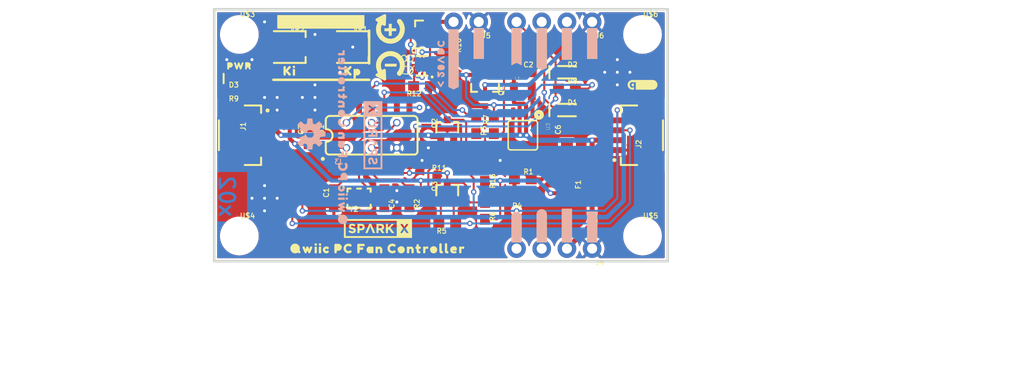
<source format=kicad_pcb>
(kicad_pcb (version 20211014) (generator pcbnew)
  (layers (0 "F.Cu" signal) (31 "B.Cu" signal) (34 "B.Paste" user) (35 "F.Paste" user) (36 "B.SilkS" user "B.Silkscreen") (37 "F.SilkS" user "F.Silkscreen") (38 "B.Mask" user) (39 "F.Mask" user) (44 "Edge.Cuts" user))
  (net 0 "")
  (net 1 "GND")
  (net 2 "3.3V")
  (net 3 "N$2")
  (net 4 "5V")
  (net 5 "N$3")
  (net 6 "SDA")
  (net 7 "SCL")
  (net 8 "HV_SDA")
  (net 9 "HV_SCL")
  (net 10 "N$1")
  (net 11 "N$4")
  (net 12 "FAN_TACH")
  (net 13 "~{RST}")
  (net 14 "CIPO")
  (net 15 "~{FAN_EN}")
  (net 16 "N$5")
  (net 17 "FAN_PWR")
  (net 18 "VCC_2")
  (net 19 "FAN_PWM")
  (net 20 "N$6")
  (net 21 "KP_TRIM")
  (net 22 "KI_TRIM")
  (net 23 "N$7")
  (net 24 "N$15")
  (net 25 "N$16")
  (footprint "eagleBoard:0603" (layer "F.Cu") (at 156.7561 109.4486)
    (fp_text reference "R1")
    (fp_text value "750K")
  )
  (footprint "eagleBoard:0603" (layer "F.Cu") (at 152.9461 112.6236 -90)
    (fp_text reference "R6")
    (fp_text value "2.2k")
  )
  (footprint "eagleBoard:KI0" (layer "F.Cu") (at 133.2611 98.5266)
    (fp_text reference "U$15" hide)
    (fp_text value "" hide)
  )
  (footprint "eagleBoard:0603" (layer "F.Cu") (at 156.7561 98.6536)
    (fp_text reference "C2")
    (fp_text value "10uF")
  )
  (footprint "eagleBoard:1X02_NO_SILK" (layer "F.Cu") (at 152.3111 93.5736 180)
    (fp_text reference "J5")
    (fp_text value "")
  )
  (footprint "eagleBoard:#SCL_#0" (layer "F.Cu") (at 156.1211 116.0526 -90)
    (fp_text reference "U$13" hide)
    (fp_text value "" hide)
  )
  (footprint "eagleBoard:#3#3V_#0" (layer "F.Cu") (at 161.2011 116.0526 -90)
    (fp_text reference "U$11" hide)
    (fp_text value "" hide)
  )
  (footprint "eagleBoard:0806" (layer "F.Cu") (at 156.7561 100.5586)
    (fp_text reference "L1")
    (fp_text value "2.2μH")
  )
  (footprint "eagleBoard:STAND-OFF" (layer "F.Cu") (at 128.1811 115.1636)
    (fp_text reference "U$4")
    (fp_text value "")
  )
  (footprint "eagleBoard:SO14" (layer "F.Cu") (at 141.5161 105.0036)
    (fp_text reference "U1")
    (fp_text value "ATtiny841")
  )
  (footprint "eagleBoard:SOT323" (layer "F.Cu") (at 149.1361 104.3686)
    (fp_text reference "Q2")
    (fp_text value "310mA/60V/1.6Ω")
  )
  (footprint "eagleBoard:0603" (layer "F.Cu") (at 152.0571 103.9876 -90)
    (fp_text reference "R3")
    (fp_text value "1k")
  )
  (footprint "eagleBoard:SOT23-3" (layer "F.Cu") (at 152.9461 99.9236 180)
    (fp_text reference "Q1")
    (fp_text value "20V/4.2A/52mΩ/1.4W")
  )
  (footprint "eagleBoard:0603" (layer "F.Cu") (at 142.7861 111.3536 -90)
    (fp_text reference "C4")
    (fp_text value "22pF")
  )
  (footprint "eagleBoard:1X04_NO_SILK" (layer "F.Cu") (at 163.7411 93.5736 180)
    (fp_text reference "J6")
    (fp_text value "")
  )
  (footprint "eagleBoard:0603@1" (layer "F.Cu") (at 161.2011 100.3046)
    (fp_text reference "R8")
    (fp_text value "10k")
  )
  (footprint "eagleBoard:QWIIC_3MM" (layer "F.Cu") (at 168.8211 99.9236)
    (fp_text reference "U$17" hide)
    (fp_text value "" hide)
  )
  (footprint "eagleBoard:KP0" (layer "F.Cu") (at 139.6111 98.5266)
    (fp_text reference "U$16" hide)
    (fp_text value "" hide)
  )
  (footprint "eagleBoard:0603" (layer "F.Cu") (at 156.7561 111.3536 180)
    (fp_text reference "R4")
    (fp_text value "100k")
  )
  (footprint "eagleBoard:#SDA_#0" (layer "F.Cu") (at 158.6611 116.0526 -90)
    (fp_text reference "U$12" hide)
    (fp_text value "" hide)
  )
  (footprint "eagleBoard:QWIIC_PC_FAN_CONTROLLER0" (layer "F.Cu") (at 142.1511 116.4336)
    (fp_text reference "U$30" hide)
    (fp_text value "" hide)
  )
  (footprint "eagleBoard:LED-0603" (layer "F.Cu") (at 128.1811 99.2886 180)
    (fp_text reference "D3")
    (fp_text value "RED")
  )
  (footprint "eagleBoard:SPARKX-SMALL" (layer "F.Cu") (at 142.1511 114.4016)
    (fp_text reference "U$18" hide)
    (fp_text value "" hide)
  )
  (footprint "eagleBoard:0603" (layer "F.Cu") (at 135.1661 105.0036 90)
    (fp_text reference "C3")
    (fp_text value "0.1uF")
  )
  (footprint "eagleBoard:#_PWM#0" (layer "F.Cu") (at 156.1211 93.9546 -90)
    (fp_text reference "U$8" hide)
    (fp_text value "" hide)
  )
  (footprint "eagleBoard:0603" (layer "F.Cu") (at 149.1361 107.5436 180)
    (fp_text reference "R11")
    (fp_text value "2.2k")
  )
  (footprint "eagleBoard:#_GND#0" (layer "F.Cu") (at 163.7411 93.9546 -90)
    (fp_text reference "U$1" hide)
    (fp_text value "" hide)
  )
  (footprint "eagleBoard:MSOP8" (layer "F.Cu") (at 156.7561 105.0036 180)
    (fp_text reference "U3")
    (fp_text value "PAM2401")
  )
  (footprint "eagleBoard:#_TACH#0" (layer "F.Cu") (at 158.6611 93.9546 -90)
    (fp_text reference "U$7" hide)
    (fp_text value "" hide)
  )
  (footprint "eagleBoard:SOD-323" (layer "F.Cu") (at 161.2011 102.4636)
    (fp_text reference "D1")
    (fp_text value "3.6V")
  )
  (footprint "eagleBoard:#_GND#0" (layer "F.Cu") (at 152.3111 93.9546 -90)
    (fp_text reference "U$9" hide)
    (fp_text value "" hide)
  )
  (footprint "eagleBoard:0603@1" (layer "F.Cu") (at 146.5961 100.0506 180)
    (fp_text reference "R12")
    (fp_text value "10k")
  )
  (footprint "eagleBoard:1X04_NO_SILK" (layer "F.Cu") (at 163.7411 116.4336 180)
    (fp_text reference "J4")
    (fp_text value "")
  )
  (footprint "eagleBoard:0603" (layer "F.Cu") (at 152.9461 108.8136 -90)
    (fp_text reference "R13")
    (fp_text value "2.2k")
  )
  (footprint "eagleBoard:0603" (layer "F.Cu") (at 128.1811 100.5586 180)
    (fp_text reference "R9")
    (fp_text value "1k")
  )
  (footprint "eagleBoard:0603@1" (layer "F.Cu") (at 151.0411 96.7486 90)
    (fp_text reference "R10")
    (fp_text value "47k")
  )
  (footprint "eagleBoard:CRYSTAL-SMD-2.0X1.6MM" (layer "F.Cu") (at 140.2461 111.3536 180)
    (fp_text reference "Y2")
    (fp_text value "16MHz")
  )
  (footprint "eagleBoard:SOT23-3" (layer "F.Cu") (at 146.5961 94.8436 90)
    (fp_text reference "Q7")
    (fp_text value "20V/4.2A/52mΩ/1.4W")
  )
  (footprint "eagleBoard:SOD-323" (layer "F.Cu") (at 161.2011 98.6536)
    (fp_text reference "D2")
    (fp_text value "3.6V")
  )
  (footprint "eagleBoard:STAND-OFF" (layer "F.Cu") (at 128.1811 94.8436)
    (fp_text reference "U$3")
    (fp_text value "")
  )
  (footprint "eagleBoard:STAND-OFF" (layer "F.Cu") (at 168.8211 115.1636)
    (fp_text reference "U$5")
    (fp_text value "")
  )
  (footprint "eagleBoard:TURN_INDICATOR#SVG0" (layer "F.Cu") (at 141.7701 92.6846)
    (fp_text reference "U$38" hide)
    (fp_text value "" hide)
  )
  (footprint "eagleBoard:JST04_1MM_RA" (layer "F.Cu") (at 130.7211 105.0036 -90)
    (fp_text reference "J1")
    (fp_text value "QWIIC_RIGHT_ANGLE")
  )
  (footprint "eagleBoard:0603@1" (layer "F.Cu") (at 145.3261 111.3536 -90)
    (fp_text reference "R2")
    (fp_text value "10k")
  )
  (footprint "eagleBoard:SOT363_PHILIPS" (layer "F.Cu") (at 146.5961 98.0186 90)
    (fp_text reference "Q8")
    (fp_text value "")
  )
  (footprint "eagleBoard:#PID_TUNING0" (layer "F.Cu") (at 136.5631 93.5736)
    (fp_text reference "U$14" hide)
    (fp_text value "" hide)
  )
  (footprint "eagleBoard:0603" (layer "F.Cu") (at 149.1361 113.8936 180)
    (fp_text reference "R5")
    (fp_text value "2.2k")
  )
  (footprint "eagleBoard:#_VCC#0" (layer "F.Cu") (at 161.2011 93.9546 -90)
    (fp_text reference "U$2" hide)
    (fp_text value "" hide)
  )
  (footprint "eagleBoard:TRIMPOT-SMD-3MM-CLOSED" (layer "F.Cu") (at 133.2611 96.1136 -90)
    (fp_text reference "VR2")
    (fp_text value "10k")
  )
  (footprint "eagleBoard:0805" (layer "F.Cu") (at 161.2011 105.0036 90)
    (fp_text reference "C6")
    (fp_text value "22uF")
  )
  (footprint "eagleBoard:#GND_#0" (layer "F.Cu") (at 163.7411 116.0526 -90)
    (fp_text reference "U$10" hide)
    (fp_text value "" hide)
  )
  (footprint "eagleBoard:TRIMPOT-SMD-3MM-CLOSED" (layer "F.Cu") (at 139.6111 96.1136 -90)
    (fp_text reference "VR1")
    (fp_text value "10k")
  )
  (footprint "eagleBoard:JST04_1MM_RA" (layer "F.Cu") (at 166.2811 105.0036 90)
    (fp_text reference "J2")
    (fp_text value "QWIIC_RIGHT_ANGLE")
  )
  (footprint "eagleBoard:0603@1" (layer "F.Cu") (at 153.8351 103.9876 90)
    (fp_text reference "R7")
    (fp_text value "10k")
  )
  (footprint "eagleBoard:0603" (layer "F.Cu") (at 137.7061 111.3536 90)
    (fp_text reference "C1")
    (fp_text value "22pF")
  )
  (footprint "eagleBoard:1206" (layer "F.Cu") (at 161.2011 109.4486 -90)
    (fp_text reference "F1")
    (fp_text value "6V/0.75A")
  )
  (footprint "eagleBoard:PWR0" (layer "F.Cu") (at 128.1811 98.0186)
    (fp_text reference "U$22" hide)
    (fp_text value "" hide)
  )
  (footprint "eagleBoard:#_FAN_VCC#0" (layer "F.Cu") (at 149.7711 94.0816 -90)
    (fp_text reference "U$19" hide)
    (fp_text value "" hide)
  )
  (footprint "eagleBoard:STAND-OFF" (layer "F.Cu") (at 168.8211 94.8436)
    (fp_text reference "U$6")
    (fp_text value "")
  )
  (footprint "eagleBoard:SOT323" (layer "F.Cu") (at 149.1361 110.7186)
    (fp_text reference "Q3")
    (fp_text value "310mA/60V/1.6Ω")
  )
  (footprint "eagleBoard:CREATIVE_COMMONS" (layer "F.Cu") (at 124.3711 129.1336)
    (fp_text reference "FRAME1" hide)
    (fp_text value "FRAME-LETTER" hide)
  )
  (footprint "eagleBoard:#VCC_#0" (layer "B.Cu") (at 161.2011 93.9546 90)
    (fp_text reference "U$23" hide)
    (fp_text value "" hide)
  )
  (footprint "eagleBoard:#FAN_VCC_#0" (layer "B.Cu") (at 149.7711 94.0816 90)
    (fp_text reference "U$31" hide)
    (fp_text value "" hide)
  )
  (footprint "eagleBoard:#TACH_#0" (layer "B.Cu") (at 158.6611 93.9546 90)
    (fp_text reference "U$24" hide)
    (fp_text value "" hide)
  )
  (footprint "eagleBoard:#_3#3V#0" (layer "B.Cu") (at 161.2011 116.0526 90)
    (fp_text reference "U$27" hide)
    (fp_text value "" hide)
  )
  (footprint "eagleBoard:#_SDA#0" (layer "B.Cu") (at 158.6611 116.0526 90)
    (fp_text reference "U$28" hide)
    (fp_text value "" hide)
  )
  (footprint "eagleBoard:OSHW-LOGO-S" (layer "B.Cu") (at 135.2931 104.8766 90)
    (fp_text reference "U$37" hide)
    (fp_text value "" hide)
  )
  (footprint "eagleBoard:#GND_#0" (layer "B.Cu") (at 152.3111 93.9546 90)
    (fp_text reference "U$26" hide)
    (fp_text value "" hide)
  )
  (footprint "eagleBoard:#_GND#0" (layer "B.Cu") (at 163.7411 116.0526 90)
    (fp_text reference "U$21" hide)
    (fp_text value "" hide)
  )
  (footprint "eagleBoard:#GND_#0" (layer "B.Cu") (at 163.7411 93.9546 90)
    (fp_text reference "U$20" hide)
    (fp_text value "" hide)
  )
  (footprint "eagleBoard:#PWM_#0" (layer "B.Cu") (at 156.1211 93.9546 90)
    (fp_text reference "U$25" hide)
    (fp_text value "" hide)
  )
  (footprint "eagleBoard:#_SCL#0" (layer "B.Cu") (at 156.1211 116.0526 90)
    (fp_text reference "U$29" hide)
    (fp_text value "" hide)
  )
  (footprint "eagleBoard:2X3_TEST_POINTS" (layer "B.Cu") (at 141.5161 105.0036)
    (fp_text reference "J3")
    (fp_text value "AVR_SPI_PROG_3X2TESTPOINTS")
  )
  (footprint "eagleBoard:SPARKX-SMALL" (layer "B.Cu") (at 141.6431 105.0036 90)
    (fp_text reference "U$36" hide)
    (fp_text value "" hide)
  )
  (footprint "eagleBoard:_#_20VDC0" (layer "B.Cu") (at 148.5011 94.8436 90)
    (fp_text reference "U$32" hide)
    (fp_text value "" hide)
  )
  (footprint "eagleBoard:QWIIC_PC_FAN_CONTROLLER0" (layer "B.Cu") (at 138.5951 105.1306 90)
    (fp_text reference "U$35" hide)
    (fp_text value "" hide)
  )
  (gr_line (start 131.6101 99.4156) (end 141.2621 99.4156) (layer "F.SilkS") (width 0.254))
  (gr_line (start 141.2621 94.4626) (end 141.2621 97.7646) (layer "F.SilkS") (width 0.254))
  (gr_line (start 171.3611 92.3036) (end 125.6411 92.3036) (layer "Edge.Cuts") (width 0.254))
  (gr_line (start 171.3611 92.3036) (end 171.3611 117.7036) (layer "Edge.Cuts") (width 0.254))
  (gr_line (start 125.6411 117.7036) (end 125.6411 92.3036) (layer "Edge.Cuts") (width 0.254))
  (gr_line (start 125.6411 117.7036) (end 171.3611 117.7036) (layer "Edge.Cuts") (width 0.254))
  (gr_text "x02" (at 126.0221 113.3856 -90) (layer "B.Cu") (effects (font (size 1.5113 1.5113) (thickness 0.2667)) (justify left bottom mirror)))
  (via (at 126.9111 97.3836) (size 0.554) (drill 0.3) (layers "F.Cu" "B.Cu") (net 1))
  (via (at 131.9911 111.3536) (size 0.554) (drill 0.3) (layers "F.Cu" "B.Cu") (net 1))
  (via (at 129.4511 97.3836) (size 0.554) (drill 0.3) (layers "F.Cu" "B.Cu") (net 1))
  (via (at 131.9911 102.4636) (size 0.554) (drill 0.3) (layers "F.Cu" "B.Cu") (net 1))
  (via (at 166.2811 97.3836) (size 0.554) (drill 0.3) (layers "F.Cu" "B.Cu") (net 1))
  (via (at 138.3411 98.6536) (size 0.554) (drill 0.3) (layers "F.Cu" "B.Cu") (net 1))
  (via (at 165.0111 98.6536) (size 0.554) (drill 0.3) (layers "F.Cu" "B.Cu") (net 1))
  (via (at 130.7211 111.3536) (size 0.554) (drill 0.3) (layers "F.Cu" "B.Cu") (net 1))
  (via (at 135.8011 101.1936) (size 0.554) (drill 0.3) (layers "F.Cu" "B.Cu") (net 1))
  (via (at 129.4511 111.3536) (size 0.554) (drill 0.3) (layers "F.Cu" "B.Cu") (net 1))
  (via (at 166.2811 99.9236) (size 0.554) (drill 0.3) (layers "F.Cu" "B.Cu") (net 1))
  (via (at 139.6111 96.1136) (size 0.554) (drill 0.3) (layers "F.Cu" "B.Cu") (net 1))
  (via (at 144.0561 110.5916) (size 0.554) (drill 0.3) (layers "F.Cu" "B.Cu") (net 1))
  (via (at 130.7211 110.0836) (size 0.554) (drill 0.3) (layers "F.Cu" "B.Cu") (net 1))
  (via (at 131.9911 101.1936) (size 0.554) (drill 0.3) (layers "F.Cu" "B.Cu") (net 1))
  (via (at 134.5311 101.1936) (size 0.554) (drill 0.3) (layers "F.Cu" "B.Cu") (net 1))
  (via (at 144.0561 111.7346) (size 0.554) (drill 0.3) (layers "F.Cu" "B.Cu") (net 1))
  (via (at 130.7211 112.6236) (size 0.554) (drill 0.3) (layers "F.Cu" "B.Cu") (net 1))
  (via (at 147.2311 102.2096) (size 0.554) (drill 0.3) (layers "F.Cu" "B.Cu") (net 1))
  (via (at 146.5961 107.5436) (size 0.554) (drill 0.3) (layers "F.Cu" "B.Cu") (net 1))
  (via (at 167.5511 98.6536) (size 0.554) (drill 0.3) (layers "F.Cu" "B.Cu") (net 1))
  (via (at 135.8011 102.4636) (size 0.554) (drill 0.3) (layers "F.Cu" "B.Cu") (net 1))
  (via (at 135.8011 94.8436) (size 0.554) (drill 0.3) (layers "F.Cu" "B.Cu") (net 1))
  (via (at 154.4701 107.5436) (size 0.554) (drill 0.3) (layers "F.Cu" "B.Cu") (net 1))
  (via (at 166.2811 98.6536) (size 0.554) (drill 0.3) (layers "F.Cu" "B.Cu") (net 1))
  (via (at 130.7211 93.5736) (size 0.554) (drill 0.3) (layers "F.Cu" "B.Cu") (net 1))
  (via (at 135.8011 99.9236) (size 0.554) (drill 0.3) (layers "F.Cu" "B.Cu") (net 1))
  (via (at 130.7211 101.1936) (size 0.554) (drill 0.3) (layers "F.Cu" "B.Cu") (net 1))
  (via (at 147.2311 106.2736) (size 0.554) (drill 0.3) (layers "F.Cu" "B.Cu") (net 1))
  (segment (start 156.4311 102.7536) (end 156.4311 104.9326) (width 0.4064) (layer "F.Cu") (net 2))
  (segment (start 148.2861 107.5436) (end 147.2311 108.5986) (width 0.2032) (layer "F.Cu") (net 2))
  (segment (start 148.4861 105.2936) (end 147.5211 105.2936) (width 0.2032) (layer "F.Cu") (net 2))
  (segment (start 148.4861 111.6436) (end 148.4861 113.6936) (width 0.2032) (layer "F.Cu") (net 2))
  (segment (start 148.4861 105.2936) (end 148.4861 107.3436) (width 0.2032) (layer "F.Cu") (net 2))
  (segment (start 156.3751 101.8286) (end 156.8831 101.8286) (width 0.4064) (layer "F.Cu") (net 2))
  (segment (start 147.2311 108.5986) (end 147.2311 110.4646) (width 0.2032) (layer "F.Cu") (net 2))
  (segment (start 156.4311 102.7536) (end 156.4311 101.8846) (width 0.4064) (layer "F.Cu") (net 2))
  (segment (start 155.9941 101.8286) (end 156.3751 101.8286) (width 0.4064) (layer "F.Cu") (net 2))
  (segment (start 132.3721 105.0036) (end 131.8721 104.5036) (width 0.508) (layer "F.Cu") (net 2))
  (segment (start 148.4861 113.6936) (end 148.2861 113.8936) (width 0.2032) (layer "F.Cu") (net 2))
  (segment (start 130.7211 104.5036) (end 131.8721 104.5036) (width 0.508) (layer "F.Cu") (net 2))
  (segment (start 148.4101 111.6436) (end 148.4861 111.6436) (width 0.2032) (layer "F.Cu") (net 2))
  (segment (start 156.4311 101.8846) (end 156.3751 101.8286) (width 0.2032) (layer "F.Cu") (net 2))
  (segment (start 163.7411 105.5116) (end 163.7491 105.5036) (width 0.508) (layer "F.Cu") (net 2))
  (segment (start 147.5211 105.2936) (end 147.2311 105.0036) (width 0.2032) (layer "F.Cu") (net 2))
  (segment (start 148.4861 107.3436) (end 148.2861 107.5436) (width 0.2032) (layer "F.Cu") (net 2))
  (segment (start 147.2311 110.4646) (end 148.4101 111.6436) (width 0.2032) (layer "F.Cu") (net 2))
  (segment (start 156.8831 101.8286) (end 157.0811 102.0266) (width 0.4064) (layer "F.Cu") (net 2))
  (segment (start 163.7411 105.5116) (end 163.7411 113.8936) (width 0.508) (layer "F.Cu") (net 2))
  (segment (start 163.7411 113.8936) (end 161.2011 116.4336) (width 0.508) (layer "F.Cu") (net 2))
  (segment (start 155.8561 100.5586) (end 155.8561 98.7036) (width 0.4064) (layer "F.Cu") (net 2))
  (segment (start 155.8561 98.7036) (end 155.9061 98.6536) (width 0.2032) (layer "F.Cu") (net 2))
  (segment (start 157.0811 102.0266) (end 157.0811 102.7536) (width 0.4064) (layer "F.Cu") (net 2))
  (segment (start 155.8561 101.6906) (end 155.9941 101.8286) (width 0.4064) (layer "F.Cu") (net 2))
  (segment (start 163.7491 105.5036) (end 166.2811 105.5036) (width 0.508) (layer "F.Cu") (net 2))
  (segment (start 155.8561 100.5586) (end 155.8561 101.6906) (width 0.4064) (layer "F.Cu") (net 2))
  (segment (start 157.0811 102.7536) (end 157.0811 104.9476) (width 0.4064) (layer "F.Cu") (net 2))
  (segment (start 157.0811 104.9476) (end 157.1371 105.0036) (width 0.4064) (layer "F.Cu") (net 2))
  (segment (start 156.4311 104.9326) (end 156.5021 105.0036) (width 0.4064) (layer "F.Cu") (net 2))
  (via (at 163.7411 105.5116) (size 0.554) (drill 0.3) (layers "F.Cu" "B.Cu") (net 2))
  (via (at 147.2311 105.0036) (size 0.554) (drill 0.3) (layers "F.Cu" "B.Cu") (net 2))
  (via (at 157.1371 105.0036) (size 0.554) (drill 0.3) (layers "F.Cu" "B.Cu") (net 2))
  (via (at 132.3721 105.0036) (size 0.554) (drill 0.3) (layers "F.Cu" "B.Cu") (net 2))
  (via (at 156.5021 105.0036) (size 0.554) (drill 0.3) (layers "F.Cu" "B.Cu") (net 2))
  (segment (start 156.5021 105.0036) (end 157.1371 105.0036) (width 0.508) (layer "B.Cu") (net 2))
  (segment (start 157.1371 105.0036) (end 157.6451 105.5116) (width 0.508) (layer "B.Cu") (net 2))
  (segment (start 147.2311 105.0036) (end 156.5021 105.0036) (width 0.508) (layer "B.Cu") (net 2))
  (segment (start 163.7411 105.5116) (end 157.6451 105.5116) (width 0.508) (layer "B.Cu") (net 2))
  (segment (start 132.3721 105.0036) (end 147.2311 105.0036) (width 0.508) (layer "B.Cu") (net 2))
  (segment (start 155.9061 109.4486) (end 155.9061 111.3536) (width 0.4064) (layer "F.Cu") (net 3))
  (segment (start 155.7811 109.3236) (end 155.9061 109.4486) (width 0.2032) (layer "F.Cu") (net 3))
  (segment (start 155.7811 107.2536) (end 155.7811 109.3236) (width 0.4064) (layer "F.Cu") (net 3))
  (segment (start 137.7061 106.2736) (end 138.9761 106.2736) (width 0.2032) (layer "F.Cu") (net 4))
  (segment (start 145.4531 95.8596) (end 145.4531 94.8866) (width 0.2032) (layer "F.Cu") (net 4))
  (segment (start 153.0731 109.5366) (end 152.9461 109.6636) (width 0.2032) (layer "F.Cu") (net 4))
  (segment (start 154.4311 109.5366) (end 153.0731 109.5366) (width 0.2032) (layer "F.Cu") (net 4))
  (segment (start 133.2611 96.9136) (end 133.2611 99.2886) (width 0.4064) (layer "F.Cu") (net 4))
  (segment (start 145.3261 112.2036) (end 146.1271 112.2036) (width 0.2032) (layer "F.Cu") (net 4))
  (segment (start 132.1181 93.5736) (end 138.3411 93.5736) (width 0.4064) (layer "F.Cu") (net 4))
  (segment (start 131.6111 95.2636) (end 133.2611 96.9136) (width 0.4064) (layer "F.Cu") (net 4))
  (segment (start 133.2611 105.3456) (end 133.2611 99.2886) (width 0.4064) (layer "F.Cu") (net 4))
  (segment (start 144.6911 93.5736) (end 145.4961 94.3786) (width 0.4064) (layer "F.Cu") (net 4))
  (segment (start 152.9461 113.4736) (end 154.1281 113.4736) (width 0.2032) (layer "F.Cu") (net 4))
  (segment (start 129.0581 99.2886) (end 133.2611 99.2886) (width 0.4064) (layer "F.Cu") (net 4))
  (segment (start 154.4701 113.1316) (end 154.4701 109.5756) (width 0.2032) (layer "F.Cu") (net 4))
  (segment (start 133.7691 105.8536) (end 133.2611 105.3456) (width 0.4064) (layer "F.Cu") (net 4))
  (segment (start 146.5961 98.7806) (end 146.5961 99.1616) (width 0.2032) (layer "F.Cu") (net 4))
  (segment (start 154.4701 109.5756) (end 154.4311 109.5366) (width 0.2032) (layer "F.Cu") (net 4))
  (segment (start 137.9611 93.9536) (end 138.3411 93.5736) (width 0.4064) (layer "F.Cu") (net 4))
  (segment (start 137.2861 105.8536) (end 137.7061 106.2736) (width 0.2032) (layer "F.Cu") (net 4))
  (segment (start 135.1661 105.8536) (end 137.2861 105.8536) (width 0.2032) (layer "F.Cu") (net 4))
  (segment (start 154.1281 113.4736) (end 154.4701 113.1316) (width 0.2032) (layer "F.Cu") (net 4))
  (segment (start 137.9611 95.2636) (end 137.9611 93.9536) (width 0.4064) (layer "F.Cu") (net 4))
  (segment (start 146.4691 111.8616) (end 146.4691 109.5756) (width 0.2032) (layer "F.Cu") (net 4))
  (segment (start 138.3411 93.5736) (end 144.6911 93.5736) (width 0.4064) (layer "F.Cu") (net 4))
  (segment (start 135.1661 105.8536) (end 133.7691 105.8536) (width 0.4064) (layer "F.Cu") (net 4))
  (segment (start 161.2011 110.8486) (end 159.5531 110.8486) (width 0.4064) (layer "F.Cu") (net 4))
  (segment (start 147.3961 98.6686) (end 146.7081 98.6686) (width 0.2032) (layer "F.Cu") (net 4))
  (segment (start 159.5531 110.8486) (end 159.5501 110.8456) (width 0.4064) (layer "F.Cu") (net 4))
  (segment (start 145.4531 94.8866) (end 145.4961 94.8436) (width 0.2032) (layer "F.Cu") (net 4))
  (segment (start 131.6111 95.2636) (end 131.6111 94.0806) (width 0.4064) (layer "F.Cu") (net 4))
  (segment (start 145.4961 94.3786) (end 145.4961 94.8436) (width 0.4064) (layer "F.Cu") (net 4))
  (segment (start 146.7081 98.6686) (end 146.5961 98.7806) (width 0.2032) (layer "F.Cu") (net 4))
  (segment (start 137.7061 107.8036) (end 137.7061 106.2736) (width 0.2032) (layer "F.Cu") (net 4))
  (segment (start 131.6111 94.0806) (end 132.1181 93.5736) (width 0.4064) (layer "F.Cu") (net 4))
  (segment (start 146.1271 112.2036) (end 146.4691 111.8616) (width 0.2032) (layer "F.Cu") (net 4))
  (via (at 133.7691 105.8536) (size 0.554) (drill 0.3) (layers "F.Cu" "B.Cu") (net 4))
  (via (at 159.5501 110.8456) (size 0.554) (drill 0.3) (layers "F.Cu" "B.Cu") (net 4))
  (via (at 146.4691 109.5756) (size 0.554) (drill 0.3) (layers "F.Cu" "B.Cu") (net 4))
  (via (at 154.4701 109.5756) (size 0.554) (drill 0.3) (layers "F.Cu" "B.Cu") (net 4))
  (via (at 146.5961 99.1616) (size 0.5588) (drill 0.3048) (layers "F.Cu" "B.Cu") (net 4))
  (via (at 145.4531 95.8596) (size 0.5588) (drill 0.3048) (layers "F.Cu" "B.Cu") (net 4))
  (segment (start 137.4521 109.5756) (end 133.7691 105.8926) (width 0.4064) (layer "B.Cu") (net 4))
  (segment (start 158.2801 109.5756) (end 154.4701 109.5756) (width 0.4064) (layer "B.Cu") (net 4))
  (segment (start 159.5501 110.8456) (end 158.2801 109.5756) (width 0.4064) (layer "B.Cu") (net 4))
  (segment (start 146.5961 99.1616) (end 146.0881 99.1616) (width 0.2032) (layer "B.Cu") (net 4))
  (segment (start 133.7691 105.8926) (end 133.7691 105.8536) (width 0.4064) (layer "B.Cu") (net 4))
  (segment (start 154.4701 109.5756) (end 146.4691 109.5756) (width 0.4064) (layer "B.Cu") (net 4))
  (segment (start 146.0881 99.1616) (end 145.4531 98.5266) (width 0.2032) (layer "B.Cu") (net 4))
  (segment (start 145.4531 98.5266) (end 145.4531 95.8596) (width 0.2032) (layer "B.Cu") (net 4))
  (segment (start 146.4691 109.5756) (end 137.4521 109.5756) (width 0.4064) (layer "B.Cu") (net 4))
  (segment (start 157.7311 102.7536) (end 157.7311 100.6336) (width 0.4064) (layer "F.Cu") (net 5))
  (segment (start 157.7311 100.6336) (end 157.6561 100.5586) (width 0.4064) (layer "F.Cu") (net 5))
  (segment (start 130.7211 105.5036) (end 129.7131 105.5036) (width 0.2032) (layer "F.Cu") (net 6))
  (segment (start 149.7861 111.6436) (end 149.7861 113.6936) (width 0.2032) (layer "F.Cu") (net 6))
  (segment (start 128.9431 107.2896) (end 129.7051 108.0516) (width 0.2032) (layer "F.Cu") (net 6))
  (segment (start 167.5511 104.4956) (end 167.5431 104.5036) (width 0.2032) (layer "F.Cu") (net 6))
  (segment (start 167.5431 104.5036) (end 166.2811 104.5036) (width 0.2032) (layer "F.Cu") (net 6))
  (segment (start 128.9431 106.2736) (end 128.9431 107.2896) (width 0.2032) (layer "F.Cu") (net 6))
  (segment (start 149.7861 113.6936) (end 149.9861 113.8936) (width 0.2032) (layer "F.Cu") (net 6))
  (segment (start 129.7131 105.5036) (end 128.9431 106.2736) (width 0.2032) (layer "F.Cu") (net 6))
  (segment (start 149.9861 113.8936) (end 151.4221 113.8936) (width 0.2032) (layer "F.Cu") (net 6))
  (segment (start 133.5151 109.1946) (end 133.5151 113.8936) (width 0.2032) (layer "F.Cu") (net 6))
  (segment (start 129.7051 108.0516) (end 132.3721 108.0516) (width 0.2032) (layer "F.Cu") (net 6))
  (segment (start 132.3721 108.0516) (end 133.5151 109.1946) (width 0.2032) (layer "F.Cu") (net 6))
  (via (at 167.5511 104.4956) (size 0.554) (drill 0.3) (layers "F.Cu" "B.Cu") (net 6))
  (via (at 133.5151 113.8936) (size 0.554) (drill 0.3) (layers "F.Cu" "B.Cu") (net 6))
  (via (at 151.4221 113.8936) (size 0.554) (drill 0.3) (layers "F.Cu" "B.Cu") (net 6))
  (segment (start 167.5511 111.8616) (end 167.5511 104.4956) (width 0.2032) (layer "B.Cu") (net 6))
  (segment (start 158.6611 116.4336) (end 158.6611 113.8936) (width 0.2032) (layer "B.Cu") (net 6))
  (segment (start 158.6611 113.8936) (end 165.5191 113.8936) (width 0.2032) (layer "B.Cu") (net 6))
  (segment (start 165.5191 113.8936) (end 167.5511 111.8616) (width 0.2032) (layer "B.Cu") (net 6))
  (segment (start 133.5151 113.8936) (end 151.4221 113.8936) (width 0.2032) (layer "B.Cu") (net 6))
  (segment (start 151.4221 113.8936) (end 158.6611 113.8936) (width 0.2032) (layer "B.Cu") (net 6))
  (segment (start 149.7861 105.2936) (end 149.7861 107.3436) (width 0.2032) (layer "F.Cu") (net 7))
  (segment (start 151.8031 109.3606) (end 151.8031 110.7186) (width 0.2032) (layer "F.Cu") (net 7))
  (segment (start 166.2811 102.4636) (end 166.2811 103.5036) (width 0.2032) (layer "F.Cu") (net 7))
  (segment (start 149.7861 107.3436) (end 149.9861 107.5436) (width 0.2032) (layer "F.Cu") (net 7))
  (segment (start 156.1211 116.4336) (end 156.1211 112.6236) (width 0.2032) (layer "F.Cu") (net 7))
  (segment (start 130.7211 106.5036) (end 132.2211 106.5036) (width 0.2032) (layer "F.Cu") (net 7))
  (segment (start 134.5311 108.8136) (end 134.5311 112.6236) (width 0.2032) (layer "F.Cu") (net 7))
  (segment (start 132.2211 106.5036) (end 134.5311 108.8136) (width 0.2032) (layer "F.Cu") (net 7))
  (segment (start 149.9861 107.5436) (end 151.8031 109.3606) (width 0.2032) (layer "F.Cu") (net 7))
  (via (at 151.8031 110.7186) (size 0.554) (drill 0.3) (layers "F.Cu" "B.Cu") (net 7))
  (via (at 134.5311 112.6236) (size 0.554) (drill 0.3) (layers "F.Cu" "B.Cu") (net 7))
  (via (at 156.1211 112.6236) (size 0.554) (drill 0.3) (layers "F.Cu" "B.Cu") (net 7))
  (via (at 166.2811 102.4636) (size 0.554) (drill 0.3) (layers "F.Cu" "B.Cu") (net 7))
  (segment (start 166.2811 111.3536) (end 166.2811 102.4636) (width 0.2032) (layer "B.Cu") (net 7))
  (segment (start 134.5311 112.6236) (end 151.8031 112.6236) (width 0.2032) (layer "B.Cu") (net 7))
  (segment (start 165.0111 112.6236) (end 166.2811 111.3536) (width 0.2032) (layer "B.Cu") (net 7))
  (segment (start 151.8031 112.6236) (end 156.1211 112.6236) (width 0.2032) (layer "B.Cu") (net 7))
  (segment (start 151.8031 110.7186) (end 151.8031 112.6236) (width 0.2032) (layer "B.Cu") (net 7))
  (segment (start 156.1211 112.6236) (end 165.0111 112.6236) (width 0.2032) (layer "B.Cu") (net 7))
  (segment (start 149.1361 108.8136) (end 149.1361 109.7936) (width 0.2032) (layer "F.Cu") (net 8))
  (segment (start 151.0411 110.0836) (end 150.7511 109.7936) (width 0.2032) (layer "F.Cu") (net 8))
  (segment (start 151.0411 111.3536) (end 151.0411 110.0836) (width 0.2032) (layer "F.Cu") (net 8))
  (segment (start 150.7511 109.7936) (end 149.1361 109.7936) (width 0.2032) (layer "F.Cu") (net 8))
  (segment (start 151.4611 111.7736) (end 151.0411 111.3536) (width 0.2032) (layer "F.Cu") (net 8))
  (segment (start 141.5161 106.2736) (end 142.7861 106.2736) (width 0.2032) (layer "F.Cu") (net 8))
  (segment (start 142.7861 106.2736) (end 143.4211 106.9086) (width 0.2032) (layer "F.Cu") (net 8))
  (segment (start 143.6751 108.8136) (end 145.3261 108.8136) (width 0.2032) (layer "F.Cu") (net 8))
  (segment (start 145.3261 108.8136) (end 145.3261 107.8036) (width 0.2032) (layer "F.Cu") (net 8))
  (segment (start 143.4211 108.5596) (end 143.6751 108.8136) (width 0.2032) (layer "F.Cu") (net 8))
  (segment (start 143.4211 106.9086) (end 143.4211 108.5596) (width 0.2032) (layer "F.Cu") (net 8))
  (segment (start 152.9461 111.7736) (end 151.4611 111.7736) (width 0.2032) (layer "F.Cu") (net 8))
  (via (at 145.3261 108.8136) (size 0.554) (drill 0.3) (layers "F.Cu" "B.Cu") (net 8))
  (via (at 149.1361 108.8136) (size 0.554) (drill 0.3) (layers "F.Cu" "B.Cu") (net 8))
  (segment (start 145.3261 108.8136) (end 149.1361 108.8136) (width 0.2032) (layer "B.Cu") (net 8))
  (segment (start 144.0561 102.2036) (end 144.0561 102.4636) (width 0.2032) (layer "F.Cu") (net 9))
  (segment (start 151.4611 107.9636) (end 152.9461 107.9636) (width 0.2032) (layer "F.Cu") (net 9))
  (segment (start 150.7511 103.4436) (end 151.0411 103.7336) (width 0.2032) (layer "F.Cu") (net 9))
  (segment (start 151.0411 107.5436) (end 151.4611 107.9636) (width 0.2032) (layer "F.Cu") (net 9))
  (segment (start 149.1361 103.4436) (end 150.7511 103.4436) (width 0.2032) (layer "F.Cu") (net 9))
  (segment (start 145.0361 103.4436) (end 144.0561 102.4636) (width 0.2032) (layer "F.Cu") (net 9))
  (segment (start 149.1361 103.4436) (end 145.0361 103.4436) (width 0.2032) (layer "F.Cu") (net 9))
  (segment (start 142.7861 103.7336) (end 141.5161 103.7336) (width 0.2032) (layer "F.Cu") (net 9))
  (segment (start 151.0411 103.7336) (end 151.0411 107.5436) (width 0.2032) (layer "F.Cu") (net 9))
  (segment (start 144.0561 102.4636) (end 142.7861 103.7336) (width 0.2032) (layer "F.Cu") (net 9))
  (segment (start 140.9211 110.8536) (end 140.9211 110.1236) (width 0.2032) (layer "F.Cu") (net 10))
  (segment (start 140.9211 110.8536) (end 141.4361 110.8536) (width 0.2032) (layer "F.Cu") (net 10))
  (segment (start 140.2461 109.4486) (end 140.2461 107.8036) (width 0.2032) (layer "F.Cu") (net 10))
  (segment (start 140.9211 110.1236) (end 140.2461 109.4486) (width 0.2032) (layer "F.Cu") (net 10))
  (segment (start 141.4361 110.8536) (end 142.7861 112.2036) (width 0.2032) (layer "F.Cu") (net 10))
  (segment (start 138.9761 109.2336) (end 138.9761 107.8036) (width 0.2032) (layer "F.Cu") (net 11))
  (segment (start 139.0561 111.8536) (end 139.5711 111.8536) (width 0.2032) (layer "F.Cu") (net 11))
  (segment (start 137.7061 110.5036) (end 139.0561 111.8536) (width 0.2032) (layer "F.Cu") (net 11))
  (segment (start 137.7061 110.5036) (end 138.9761 109.2336) (width 0.2032) (layer "F.Cu") (net 11))
  (segment (start 158.6611 96.1136) (end 160.0581 97.5106) (width 0.2032) (layer "F.Cu") (net 12))
  (segment (start 160.0511 100.0046) (end 160.3511 100.3046) (width 0.2032) (layer "F.Cu") (net 12))
  (segment (start 144.0561 107.8036) (end 144.0561 107.4166) (width 0.2032) (layer "F.Cu") (net 12))
  (segment (start 160.0581 97.5106) (end 160.0581 98.6466) (width 0.2032) (layer "F.Cu") (net 12))
  (segment (start 145.9611 105.5116) (end 145.9611 104.1146) (width 0.2032) (layer "F.Cu") (net 12))
  (segment (start 160.0511 98.6536) (end 160.0511 100.0046) (width 0.2032) (layer "F.Cu") (net 12))
  (segment (start 158.6611 93.5736) (end 158.6611 96.1136) (width 0.2032) (layer "F.Cu") (net 12))
  (segment (start 160.3511 100.3046) (end 160.0581 100.5976) (width 0.2032) (layer "F.Cu") (net 12))
  (segment (start 144.0561 107.4166) (end 145.9611 105.5116) (width 0.2032) (layer "F.Cu") (net 12))
  (segment (start 160.0581 100.5976) (end 160.0581 101.3206) (width 0.2032) (layer "F.Cu") (net 12))
  (segment (start 160.0581 98.6466) (end 160.0511 98.6536) (width 0.2032) (layer "F.Cu") (net 12))
  (via (at 160.0581 101.3206) (size 0.554) (drill 0.3) (layers "F.Cu" "B.Cu") (net 12))
  (via (at 145.9611 104.1146) (size 0.554) (drill 0.3) (layers "F.Cu" "B.Cu") (net 12))
  (segment (start 157.2641 104.1146) (end 160.0581 101.3206) (width 0.2032) (layer "B.Cu") (net 12))
  (segment (start 145.9611 104.1146) (end 157.2641 104.1146) (width 0.2032) (layer "B.Cu") (net 12))
  (segment (start 141.5161 107.8036) (end 141.5161 108.8136) (width 0.2032) (layer "F.Cu") (net 13))
  (segment (start 141.5161 107.6706) (end 141.5161 107.8036) (width 0.2032) (layer "F.Cu") (net 13))
  (segment (start 142.7861 105.0036) (end 140.8811 105.0036) (width 0.2032) (layer "F.Cu") (net 13))
  (segment (start 140.8811 105.0036) (end 140.2461 105.6386) (width 0.2032) (layer "F.Cu") (net 13))
  (segment (start 144.0561 103.7336) (end 142.7861 105.0036) (width 0.2032) (layer "F.Cu") (net 13))
  (segment (start 140.2461 105.6386) (end 140.2461 106.4006) (width 0.2032) (layer "F.Cu") (net 13))
  (segment (start 141.5161 108.8136) (end 142.1511 109.4486) (width 0.2032) (layer "F.Cu") (net 13))
  (segment (start 140.2461 106.4006) (end 141.5161 107.6706) (width 0.2032) (layer "F.Cu") (net 13))
  (segment (start 142.1511 109.4486) (end 144.2711 109.4486) (width 0.2032) (layer "F.Cu") (net 13))
  (segment (start 144.2711 109.4486) (end 145.3261 110.5036) (width 0.2032) (layer "F.Cu") (net 13))
  (segment (start 145.3261 102.2036) (end 146.3361 102.2036) (width 0.2032) (layer "F.Cu") (net 14))
  (segment (start 146.3361 102.2036) (end 146.3421 102.2096) (width 0.2032) (layer "F.Cu") (net 14))
  (via (at 146.3421 102.2096) (size 0.554) (drill 0.3) (layers "F.Cu" "B.Cu") (net 14))
  (segment (start 140.5001 102.2096) (end 138.9761 103.7336) (width 0.2032) (layer "B.Cu") (net 14))
  (segment (start 146.3421 102.2096) (end 140.5001 102.2096) (width 0.2032) (layer "B.Cu") (net 14))
  (segment (start 141.5161 100.3046) (end 142.0241 99.7966) (width 0.2032) (layer "F.Cu") (net 15))
  (segment (start 151.3341 103.1376) (end 152.0571 103.1376) (width 0.2032) (layer "F.Cu") (net 15))
  (segment (start 141.5161 102.2036) (end 141.5161 100.3046) (width 0.2032) (layer "F.Cu") (net 15))
  (segment (start 150.6601 102.4636) (end 151.3341 103.1376) (width 0.2032) (layer "F.Cu") (net 15))
  (via (at 150.6601 102.4636) (size 0.5588) (drill 0.3048) (layers "F.Cu" "B.Cu") (net 15))
  (via (at 142.0241 99.7966) (size 0.5588) (drill 0.3048) (layers "F.Cu" "B.Cu") (net 15))
  (segment (start 147.1041 99.7966) (end 149.7711 102.4636) (width 0.2032) (layer "B.Cu") (net 15))
  (segment (start 142.0241 99.7966) (end 147.1041 99.7966) (width 0.2032) (layer "B.Cu") (net 15))
  (segment (start 149.7711 102.4636) (end 150.6601 102.4636) (width 0.2032) (layer "B.Cu") (net 15))
  (segment (start 153.8741 104.8766) (end 153.8351 104.8376) (width 0.2032) (layer "F.Cu") (net 16))
  (segment (start 154.8511 99.1616) (end 154.8511 104.6226) (width 0.2032) (layer "F.Cu") (net 16))
  (segment (start 154.5971 104.8766) (end 153.8741 104.8766) (width 0.2032) (layer "F.Cu") (net 16))
  (segment (start 153.8351 104.8376) (end 152.0571 104.8376) (width 0.2032) (layer "F.Cu") (net 16))
  (segment (start 154.8511 104.6226) (end 154.5971 104.8766) (width 0.2032) (layer "F.Cu") (net 16))
  (segment (start 154.6131 98.9236) (end 154.8511 99.1616) (width 0.2032) (layer "F.Cu") (net 16))
  (segment (start 153.8961 98.9236) (end 154.6131 98.9236) (width 0.2032) (layer "F.Cu") (net 16))
  (segment (start 152.9461 101.0236) (end 152.9461 99.9236) (width 0.4064) (layer "F.Cu") (net 17))
  (via (at 152.9461 99.9236) (size 0.5588) (drill 0.3048) (layers "F.Cu" "B.Cu") (net 17))
  (segment (start 152.9461 99.9236) (end 157.3911 99.9236) (width 0.4064) (layer "B.Cu") (net 17))
  (segment (start 161.2011 96.1136) (end 161.2011 93.5736) (width 0.4064) (layer "B.Cu") (net 17))
  (segment (start 157.3911 99.9236) (end 161.2011 96.1136) (width 0.4064) (layer "B.Cu") (net 17))
  (segment (start 163.3601 100.3046) (end 162.0511 100.3046) (width 0.2032) (layer "F.Cu") (net 18))
  (segment (start 147.5961 93.8936) (end 147.9161 93.5736) (width 0.4064) (layer "F.Cu") (net 18))
  (segment (start 151.9961 98.9236) (end 151.0411 98.9236) (width 0.4064) (layer "F.Cu") (net 18))
  (segment (start 146.5961 97.2566) (end 146.5961 96.6216) (width 0.2032) (layer "F.Cu") (net 18))
  (segment (start 146.4841 97.3686) (end 146.5961 97.2566) (width 0.2032) (layer "F.Cu") (net 18))
  (segment (start 163.7411 99.9236) (end 163.3601 100.3046) (width 0.2032) (layer "F.Cu") (net 18))
  (segment (start 147.9161 93.5736) (end 149.7711 93.5736) (width 0.4064) (layer "F.Cu") (net 18))
  (segment (start 145.7961 97.3686) (end 146.4841 97.3686) (width 0.2032) (layer "F.Cu") (net 18))
  (segment (start 153.8351 103.1376) (end 153.8351 101.9556) (width 0.2032) (layer "F.Cu") (net 18))
  (via (at 153.8351 101.9556) (size 0.5588) (drill 0.3048) (layers "F.Cu" "B.Cu") (net 18))
  (via (at 146.5961 96.6216) (size 0.5588) (drill 0.3048) (layers "F.Cu" "B.Cu") (net 18))
  (via (at 163.7411 99.9236) (size 0.5588) (drill 0.3048) (layers "F.Cu" "B.Cu") (net 18))
  (via (at 151.0411 98.9236) (size 0.5588) (drill 0.3048) (layers "F.Cu" "B.Cu") (net 18))
  (segment (start 157.0101 101.9556) (end 158.0261 100.9396) (width 0.2032) (layer "B.Cu") (net 18))
  (segment (start 153.8351 101.9556) (end 151.8031 101.9556) (width 0.2032) (layer "B.Cu") (net 18))
  (segment (start 146.5961 96.6216) (end 149.7711 96.6216) (width 0.2032) (layer "B.Cu") (net 18))
  (segment (start 151.0411 101.1936) (end 151.0411 98.9236) (width 0.2032) (layer "B.Cu") (net 18))
  (segment (start 150.4221 98.9236) (end 149.7711 98.2726) (width 0.4064) (layer "B.Cu") (net 18))
  (segment (start 149.7711 98.2726) (end 149.7711 96.6216) (width 0.4064) (layer "B.Cu") (net 18))
  (segment (start 149.7711 96.6216) (end 149.7711 93.5736) (width 0.4064) (layer "B.Cu") (net 18))
  (segment (start 158.0261 100.9396) (end 158.0261 100.5586) (width 0.2032) (layer "B.Cu") (net 18))
  (segment (start 158.6611 99.9236) (end 163.7411 99.9236) (width 0.2032) (layer "B.Cu") (net 18))
  (segment (start 151.8031 101.9556) (end 151.0411 101.1936) (width 0.2032) (layer "B.Cu") (net 18))
  (segment (start 158.0261 100.5586) (end 158.6611 99.9236) (width 0.2032) (layer "B.Cu") (net 18))
  (segment (start 151.0411 98.9236) (end 150.4221 98.9236) (width 0.4064) (layer "B.Cu") (net 18))
  (segment (start 153.8351 101.9556) (end 157.0101 101.9556) (width 0.2032) (layer "B.Cu") (net 18))
  (segment (start 158.9151 97.1296) (end 158.9151 100.6856) (width 0.2032) (layer "F.Cu") (net 19))
  (segment (start 157.8991 95.3516) (end 157.8991 96.1136) (width 0.2032) (layer "F.Cu") (net 19))
  (segment (start 158.9151 101.3276) (end 160.0511 102.4636) (width 0.2032) (layer "F.Cu") (net 19))
  (segment (start 158.9151 100.6856) (end 158.9151 101.3276) (width 0.2032) (layer "F.Cu") (net 19))
  (segment (start 157.8991 96.1136) (end 158.9151 97.1296) (width 0.2032) (layer "F.Cu") (net 19))
  (segment (start 156.1211 93.5736) (end 157.8991 95.3516) (width 0.2032) (layer "F.Cu") (net 19))
  (segment (start 142.7861 102.2036) (end 142.7861 100.6856) (width 0.2032) (layer "F.Cu") (net 19))
  (via (at 158.9151 100.6856) (size 0.5588) (drill 0.3048) (layers "F.Cu" "B.Cu") (net 19))
  (via (at 142.7861 100.6856) (size 0.5588) (drill 0.3048) (layers "F.Cu" "B.Cu") (net 19))
  (segment (start 158.9151 100.6856) (end 158.9151 101.7016) (width 0.2032) (layer "B.Cu") (net 19))
  (segment (start 149.5171 103.6066) (end 146.5961 100.6856) (width 0.2032) (layer "B.Cu") (net 19))
  (segment (start 157.0101 103.6066) (end 149.5171 103.6066) (width 0.2032) (layer "B.Cu") (net 19))
  (segment (start 158.9151 101.7016) (end 157.0101 103.6066) (width 0.2032) (layer "B.Cu") (net 19))
  (segment (start 146.5961 100.6856) (end 142.7861 100.6856) (width 0.2032) (layer "B.Cu") (net 19))
  (segment (start 157.6061 109.4486) (end 158.6611 109.4486) (width 0.4064) (layer "F.Cu") (net 20))
  (segment (start 158.6611 109.4486) (end 160.0611 108.0486) (width 0.4064) (layer "F.Cu") (net 20))
  (segment (start 157.0811 108.9236) (end 157.6061 109.4486) (width 0.4064) (layer "F.Cu") (net 20))
  (segment (start 161.2011 105.9036) (end 161.2011 108.0486) (width 0.4064) (layer "F.Cu") (net 20))
  (segment (start 160.0611 108.0486) (end 161.2011 108.0486) (width 0.4064) (layer "F.Cu") (net 20))
  (segment (start 157.0811 107.2536) (end 157.0811 108.9236) (width 0.4064) (layer "F.Cu") (net 20))
  (segment (start 141.2611 98.2736) (end 141.2611 96.1136) (width 0.2032) (layer "F.Cu") (net 21))
  (segment (start 140.2461 99.2886) (end 141.2611 98.2736) (width 0.2032) (layer "F.Cu") (net 21))
  (segment (start 140.2461 102.2036) (end 140.2461 99.2886) (width 0.2032) (layer "F.Cu") (net 21))
  (segment (start 134.9111 97.7636) (end 138.9761 101.8286) (width 0.2032) (layer "F.Cu") (net 22))
  (segment (start 134.9111 96.1136) (end 134.9111 97.7636) (width 0.2032) (layer "F.Cu") (net 22))
  (segment (start 138.9761 101.8286) (end 138.9761 102.2036) (width 0.2032) (layer "F.Cu") (net 22))
  (segment (start 127.3041 100.5316) (end 127.3311 100.5586) (width 0.254) (layer "F.Cu") (net 23))
  (segment (start 127.3041 99.2886) (end 127.3041 100.5316) (width 0.254) (layer "F.Cu") (net 23))
  (segment (start 147.5961 95.7936) (end 150.9361 95.7936) (width 0.2032) (layer "F.Cu") (net 24))
  (segment (start 150.9361 95.7936) (end 151.0411 95.8986) (width 0.2032) (layer "F.Cu") (net 24))
  (segment (start 147.3961 95.9936) (end 147.5961 95.7936) (width 0.2032) (layer "F.Cu") (net 24))
  (segment (start 147.3961 97.3686) (end 147.3961 95.9936) (width 0.2032) (layer "F.Cu") (net 24))
  (segment (start 145.7461 100.0506) (end 145.7961 100.0006) (width 0.2032) (layer "F.Cu") (net 25))
  (segment (start 145.7961 98.0186) (end 147.3961 98.0186) (width 0.2032) (layer "F.Cu") (net 25))
  (segment (start 145.7961 100.0006) (end 145.7961 98.6686) (width 0.2032) (layer "F.Cu") (net 25))
  (segment (start 145.7961 98.6686) (end 145.7961 98.0186) (width 0.2032) (layer "F.Cu") (net 25))
  (zone (net 1) (net_name "GND") (layer "F.Cu") (priority 6) (connect_pads (clearance 0.3048)) (min_thickness 0.127) (fill yes (thermal_gap 0.304) (thermal_bridge_width 0.304))
    (polygon (pts (xy 171.4881 117.8306) (xy 125.5141 117.8306) (xy 125.5141 92.1766) (xy 171.4881 92.1766)))
  )
  (zone (net 1) (net_name "GND") (layer "B.Cu") (priority 6) (connect_pads (clearance 0.3048)) (min_thickness 0.127) (fill yes (thermal_gap 0.304) (thermal_bridge_width 0.304))
    (polygon (pts (xy 171.4881 117.8306) (xy 125.5141 117.8306) (xy 125.5141 92.1766) (xy 171.4881 92.1766)))
  )
)
</source>
